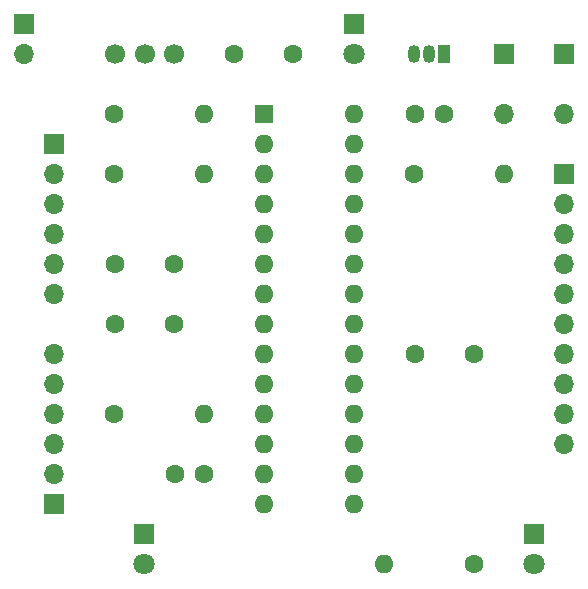
<source format=gbr>
%TF.GenerationSoftware,KiCad,Pcbnew,7.0.1*%
%TF.CreationDate,2023-04-18T12:26:55-05:00*%
%TF.ProjectId,HW4_PCB,4857345f-5043-4422-9e6b-696361645f70,rev?*%
%TF.SameCoordinates,Original*%
%TF.FileFunction,Soldermask,Top*%
%TF.FilePolarity,Negative*%
%FSLAX46Y46*%
G04 Gerber Fmt 4.6, Leading zero omitted, Abs format (unit mm)*
G04 Created by KiCad (PCBNEW 7.0.1) date 2023-04-18 12:26:55*
%MOMM*%
%LPD*%
G01*
G04 APERTURE LIST*
%ADD10C,1.600000*%
%ADD11O,1.600000X1.600000*%
%ADD12R,1.700000X1.700000*%
%ADD13O,1.700000X1.700000*%
%ADD14R,1.800000X1.800000*%
%ADD15C,1.800000*%
%ADD16R,1.600000X1.600000*%
%ADD17C,1.700000*%
%ADD18R,1.050000X1.500000*%
%ADD19O,1.050000X1.500000*%
G04 APERTURE END LIST*
D10*
%TO.C,R4*%
X109220000Y-134620000D03*
D11*
X116840000Y-134620000D03*
%TD*%
D10*
%TO.C,R5*%
X139700000Y-147320000D03*
D11*
X132080000Y-147320000D03*
%TD*%
D10*
%TO.C,C2*%
X109300000Y-121920000D03*
X114300000Y-121920000D03*
%TD*%
D12*
%TO.C,J4*%
X147320000Y-114300000D03*
D13*
X147320000Y-116840000D03*
X147320000Y-119380000D03*
X147320000Y-121920000D03*
X147320000Y-124460000D03*
X147320000Y-127000000D03*
X147320000Y-129540000D03*
X147320000Y-132080000D03*
X147320000Y-134620000D03*
X147320000Y-137160000D03*
%TD*%
D12*
%TO.C,MCLR1*%
X147320000Y-104140000D03*
D13*
X147320000Y-109220000D03*
%TD*%
D10*
%TO.C,R3*%
X134620000Y-114300000D03*
D11*
X142240000Y-114300000D03*
%TD*%
D10*
%TO.C,C4*%
X134660000Y-109220000D03*
X137160000Y-109220000D03*
%TD*%
D14*
%TO.C,D2*%
X111760000Y-144780000D03*
D15*
X111760000Y-147320000D03*
%TD*%
D10*
%TO.C,C6*%
X134700000Y-129540000D03*
X139700000Y-129540000D03*
%TD*%
D16*
%TO.C,PIC32MX170F256B1*%
X121920000Y-109220000D03*
D11*
X121920000Y-111760000D03*
X121920000Y-114300000D03*
X121920000Y-116840000D03*
X121920000Y-119380000D03*
X121920000Y-121920000D03*
X121920000Y-124460000D03*
X121920000Y-127000000D03*
X121920000Y-129540000D03*
X121920000Y-132080000D03*
X121920000Y-134620000D03*
X121920000Y-137160000D03*
X121920000Y-139700000D03*
X121920000Y-142240000D03*
X129540000Y-142240000D03*
X129540000Y-139700000D03*
X129540000Y-137160000D03*
X129540000Y-134620000D03*
X129540000Y-132080000D03*
X129540000Y-129540000D03*
X129540000Y-127000000D03*
X129540000Y-124460000D03*
X129540000Y-121920000D03*
X129540000Y-119380000D03*
X129540000Y-116840000D03*
X129540000Y-114300000D03*
X129540000Y-111760000D03*
X129540000Y-109220000D03*
%TD*%
D10*
%TO.C,R1*%
X109220000Y-109220000D03*
D11*
X116840000Y-109220000D03*
%TD*%
D12*
%TO.C,CP2102N1*%
X104140000Y-142240000D03*
D13*
X104140000Y-139700000D03*
X104140000Y-137160000D03*
X104140000Y-134620000D03*
X104140000Y-132080000D03*
X104140000Y-129540000D03*
%TD*%
D12*
%TO.C,J2*%
X104140000Y-111760000D03*
D13*
X104140000Y-114300000D03*
X104140000Y-116840000D03*
X104140000Y-119380000D03*
X104140000Y-121920000D03*
X104140000Y-124460000D03*
%TD*%
D10*
%TO.C,R2*%
X109220000Y-114300000D03*
D11*
X116840000Y-114300000D03*
%TD*%
D10*
%TO.C,C5*%
X114340000Y-139700000D03*
X116840000Y-139700000D03*
%TD*%
%TO.C,C1*%
X109300000Y-127000000D03*
X114300000Y-127000000D03*
%TD*%
D17*
%TO.C,Slide1*%
X114300000Y-104140000D03*
X111800000Y-104140000D03*
X109300000Y-104140000D03*
%TD*%
D18*
%TO.C,AP7381*%
X137160000Y-104140000D03*
D19*
X135890000Y-104140000D03*
X134620000Y-104140000D03*
%TD*%
D14*
%TO.C,D1*%
X129540000Y-101600000D03*
D15*
X129540000Y-104140000D03*
%TD*%
D12*
%TO.C,USER1*%
X142240000Y-104140000D03*
D13*
X142240000Y-109220000D03*
%TD*%
D10*
%TO.C,C3*%
X124380000Y-104140000D03*
X119380000Y-104140000D03*
%TD*%
D12*
%TO.C,Battery1*%
X101600000Y-101600000D03*
D13*
X101600000Y-104140000D03*
%TD*%
D14*
%TO.C,D3*%
X144780000Y-144780000D03*
D15*
X144780000Y-147320000D03*
%TD*%
M02*

</source>
